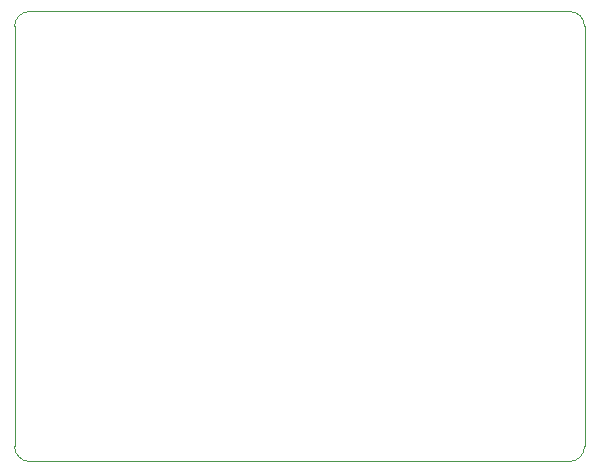
<source format=gm1>
%TF.GenerationSoftware,KiCad,Pcbnew,(5.1.9-0-10_14)*%
%TF.CreationDate,2021-08-20T09:16:23+02:00*%
%TF.ProjectId,WM8758B_breakout,574d3837-3538-4425-9f62-7265616b6f75,rev?*%
%TF.SameCoordinates,Original*%
%TF.FileFunction,Profile,NP*%
%FSLAX46Y46*%
G04 Gerber Fmt 4.6, Leading zero omitted, Abs format (unit mm)*
G04 Created by KiCad (PCBNEW (5.1.9-0-10_14)) date 2021-08-20 09:16:23*
%MOMM*%
%LPD*%
G01*
G04 APERTURE LIST*
%TA.AperFunction,Profile*%
%ADD10C,0.050000*%
%TD*%
G04 APERTURE END LIST*
D10*
X130810000Y-87630000D02*
X176530000Y-87630000D01*
X129540000Y-124460000D02*
X129540000Y-88900000D01*
X176530000Y-125730000D02*
X130810000Y-125730000D01*
X177800000Y-88900000D02*
X177800000Y-124460000D01*
X177800000Y-124460000D02*
G75*
G02*
X176530000Y-125730000I-1270000J0D01*
G01*
X130810000Y-125730000D02*
G75*
G02*
X129540000Y-124460000I0J1270000D01*
G01*
X129540000Y-88900000D02*
G75*
G02*
X130810000Y-87630000I1270000J0D01*
G01*
X176530000Y-87630000D02*
G75*
G02*
X177800000Y-88900000I0J-1270000D01*
G01*
M02*

</source>
